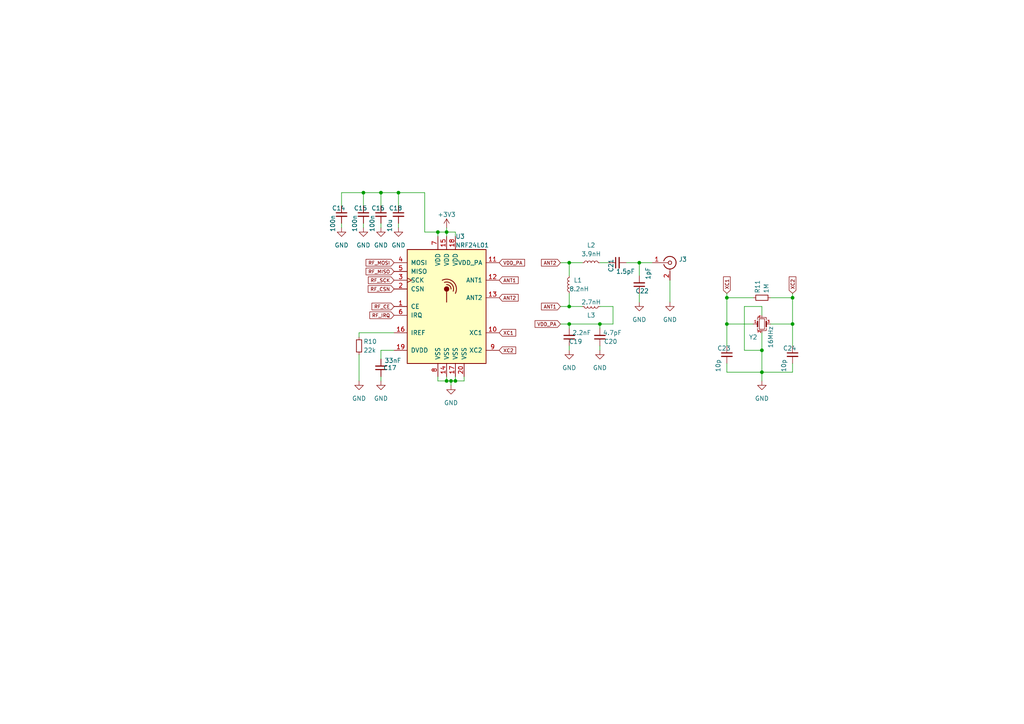
<source format=kicad_sch>
(kicad_sch (version 20211123) (generator eeschema)
  (paper "A4")
  (lib_symbols
    (symbol "Connector:Conn_Coaxial" (pin_names (offset 1.016) hide)
      (property "Reference" "J" (at 0.254 3.048 0))
      (property "Value" "Conn_Coaxial" (at 2.921 0 90))
      (symbol "Conn_Coaxial_0_1"
        (arc (start -1.778 -0.508) (mid 0.222 -1.808) (end 1.778 0) (stroke (width 0.254)))
        (polyline (pts (xy -2.54 0) (xy -0.508 0)))
        (polyline (pts (xy 0 -2.54) (xy 0 -1.778)))
        (circle (center 0 0) (radius 0.508) (stroke (width 0.2032)))
        (arc (start 1.778 0) (mid 0.222 1.8083) (end -1.778 0.508) (stroke (width 0.254)))
      )
      (symbol "Conn_Coaxial_1_1"
        (pin passive line (at -5.08 0 0) (length 2.54) (name "In") (number "1"))
        (pin passive line (at 0 -5.08 90) (length 2.54) (name "Ext") (number "2"))
      )
    )
    (symbol "Device:C_Small" (pin_numbers hide) (pin_names (offset 0.254) hide)
      (property "Reference" "C" (at 0.254 1.778 0))
      (property "Value" "C_Small" (at 0.254 -2.032 0))
      (symbol "C_Small_0_1"
        (polyline (pts (xy -1.524 -0.508) (xy 1.524 -0.508)) (stroke (width 0.3302)))
        (polyline (pts (xy -1.524 0.508) (xy 1.524 0.508)) (stroke (width 0.3048)))
      )
      (symbol "C_Small_1_1"
        (pin passive line (at 0 2.54 270) (length 2.032) (name "~") (number "1"))
        (pin passive line (at 0 -2.54 90) (length 2.032) (name "~") (number "2"))
      )
    )
    (symbol "Device:Crystal_GND24_Small" (pin_names (offset 1.016) hide)
      (property "Reference" "Y" (at 1.27 4.445 0))
      (property "Value" "Crystal_GND24_Small" (at 1.27 2.54 0))
      (symbol "Crystal_GND24_Small_0_1"
        (rectangle (start -0.762 -1.524) (end 0.762 1.524))
        (polyline (pts (xy -1.27 -0.762) (xy -1.27 0.762)) (stroke (width 0.381)))
        (polyline (pts (xy 1.27 -0.762) (xy 1.27 0.762)) (stroke (width 0.381)))
        (polyline (pts (xy -1.27 -1.27) (xy -1.27 -1.905) (xy 1.27 -1.905) (xy 1.27 -1.27)))
        (polyline (pts (xy -1.27 1.27) (xy -1.27 1.905) (xy 1.27 1.905) (xy 1.27 1.27)))
      )
      (symbol "Crystal_GND24_Small_1_1"
        (pin passive line (at -2.54 0 0) (length 1.27) (name "1") (number "1"))
        (pin passive line (at 0 -2.54 90) (length 0.635) (name "2") (number "2"))
        (pin passive line (at 2.54 0 180) (length 1.27) (name "3") (number "3"))
        (pin passive line (at 0 2.54 270) (length 0.635) (name "4") (number "4"))
      )
    )
    (symbol "Device:L_Small" (pin_numbers hide) (pin_names (offset 0.254) hide)
      (property "Reference" "L" (at 0.762 1.016 0))
      (property "Value" "L_Small" (at 0.762 -1.016 0))
      (symbol "L_Small_0_1"
        (arc (start 0 -2.032) (mid 0.508 -1.524) (end 0 -1.016))
        (arc (start 0 -1.016) (mid 0.508 -0.508) (end 0 0))
        (arc (start 0 0) (mid 0.508 0.508) (end 0 1.016))
        (arc (start 0 1.016) (mid 0.508 1.524) (end 0 2.032))
      )
      (symbol "L_Small_1_1"
        (pin passive line (at 0 2.54 270) (length 0.508) (name "~") (number "1"))
        (pin passive line (at 0 -2.54 90) (length 0.508) (name "~") (number "2"))
      )
    )
    (symbol "Device:R_Small" (pin_numbers hide) (pin_names (offset 0.254) hide)
      (property "Reference" "R" (at 0.762 0.508 0))
      (property "Value" "R_Small" (at 0.762 -1.016 0))
      (symbol "R_Small_0_1"
        (rectangle (start -0.762 1.778) (end 0.762 -1.778) (stroke (width 0.2032)))
      )
      (symbol "R_Small_1_1"
        (pin passive line (at 0 2.54 270) (length 0.762) (name "~") (number "1"))
        (pin passive line (at 0 -2.54 90) (length 0.762) (name "~") (number "2"))
      )
    )
    (symbol "RF:NRF24L01" (pin_names (offset 1.016))
      (property "Reference" "U" (at -11.43 17.78 0))
      (property "Value" "NRF24L01" (at 5.08 17.78 0))
      (symbol "NRF24L01_0_1"
        (rectangle (start -11.43 16.51) (end 11.43 -16.51) (stroke (width 0.254)) (fill (type background)))
        (polyline (pts (xy 0 4.445) (xy 0 1.27)) (stroke (width 0.254)))
        (circle (center 0 5.08) (radius 0.635) (stroke (width 0.254)) (fill (type outline)))
        (arc (start 1.27 5.08) (mid 0.9109 5.9909) (end 0 6.35) (stroke (width 0.254)))
        (arc (start 1.905 4.445) (mid 1.4383 6.5183) (end -0.635 6.985) (stroke (width 0.254)))
        (arc (start 2.54 3.81) (mid 2.008 7.088) (end -1.27 7.62) (stroke (width 0.254)))
        (rectangle (start 11.43 -13.97) (end 11.43 -13.97))
      )
      (symbol "NRF24L01_1_1"
        (pin input line (at -15.24 0 0) (length 3.81) (name "CE") (number "1"))
        (pin passive line (at 15.24 -7.62 180) (length 3.81) (name "XC1") (number "10"))
        (pin power_out line (at 15.24 12.7 180) (length 3.81) (name "VDD_PA") (number "11"))
        (pin passive line (at 15.24 7.62 180) (length 3.81) (name "ANT1") (number "12"))
        (pin passive line (at 15.24 2.54 180) (length 3.81) (name "ANT2") (number "13"))
        (pin power_in line (at 0 -20.32 90) (length 3.81) (name "VSS") (number "14"))
        (pin power_in line (at 0 20.32 270) (length 3.81) (name "VDD") (number "15"))
        (pin passive line (at -15.24 -7.62 0) (length 3.81) (name "IREF") (number "16"))
        (pin power_in line (at 2.54 -20.32 90) (length 3.81) (name "VSS") (number "17"))
        (pin power_in line (at 2.54 20.32 270) (length 3.81) (name "VDD") (number "18"))
        (pin power_out line (at -15.24 -12.7 0) (length 3.81) (name "DVDD") (number "19"))
        (pin input line (at -15.24 5.08 0) (length 3.81) (name "CSN") (number "2"))
        (pin power_in line (at 5.08 -20.32 90) (length 3.81) (name "VSS") (number "20"))
        (pin input clock (at -15.24 7.62 0) (length 3.81) (name "SCK") (number "3"))
        (pin input line (at -15.24 12.7 0) (length 3.81) (name "MOSI") (number "4"))
        (pin output line (at -15.24 10.16 0) (length 3.81) (name "MISO") (number "5"))
        (pin output line (at -15.24 -2.54 0) (length 3.81) (name "IRQ") (number "6"))
        (pin power_in line (at -2.54 20.32 270) (length 3.81) (name "VDD") (number "7"))
        (pin power_in line (at -2.54 -20.32 90) (length 3.81) (name "VSS") (number "8"))
        (pin passive line (at 15.24 -12.7 180) (length 3.81) (name "XC2") (number "9"))
      )
    )
    (symbol "power:+3.3V" (power) (pin_names (offset 0))
      (property "Value" "+3.3V" (at 0 3.556 0))
      (symbol "+3.3V_0_1"
        (polyline (pts (xy -0.762 1.27) (xy 0 2.54)))
        (polyline (pts (xy 0 0) (xy 0 2.54)))
        (polyline (pts (xy 0 2.54) (xy 0.762 1.27)))
      )
      (symbol "+3.3V_1_1"
        (pin power_in line (at 0 0 90) (length 0) hide (name "+3V3") (number "1"))
      )
    )
    (symbol "power:GND" (power) (pin_names (offset 0))
      (property "Value" "GND" (at 0 -3.81 0))
      (symbol "GND_0_1"
        (polyline (pts (xy 0 0) (xy 0 -1.27) (xy 1.27 -1.27) (xy 0 -2.54) (xy -1.27 -1.27) (xy 0 -1.27)))
      )
      (symbol "GND_1_1"
        (pin power_in line (at 0 0 270) (length 0) hide (name "GND") (number "1"))
      )
    )
  )
  (junction (at 165.1 88.9))
  (junction (at 210.82 93.98))
  (junction (at 173.99 93.98))
  (junction (at 210.82 86.36))
  (junction (at 110.49 55.88))
  (junction (at 129.54 67.31))
  (junction (at 129.54 110.49))
  (junction (at 115.57 55.88))
  (junction (at 132.08 110.49))
  (junction (at 130.81 110.49))
  (junction (at 127 67.31))
  (junction (at 220.98 107.95))
  (junction (at 165.1 93.98))
  (junction (at 165.1 76.2))
  (junction (at 229.87 93.98))
  (junction (at 105.41 55.88))
  (junction (at 185.42 76.2))
  (junction (at 229.87 86.36))
  (junction (at 220.98 101.6))
  (wire (pts (xy 123.19 55.88) (xy 123.19 67.31)))
  (wire (pts (xy 210.82 93.98) (xy 218.44 93.98)))
  (wire (pts (xy 215.9 101.6) (xy 220.98 101.6)))
  (wire (pts (xy 115.57 59.69) (xy 115.57 55.88)))
  (wire (pts (xy 99.06 59.69) (xy 99.06 55.88)))
  (wire (pts (xy 132.08 110.49) (xy 134.62 110.49)))
  (wire (pts (xy 210.82 107.95) (xy 220.98 107.95)))
  (wire (pts (xy 110.49 109.22) (xy 110.49 110.49)))
  (wire (pts (xy 130.81 110.49) (xy 132.08 110.49)))
  (wire (pts (xy 162.56 76.2) (xy 165.1 76.2)))
  (wire (pts (xy 165.1 100.33) (xy 165.1 101.6)))
  (wire (pts (xy 210.82 105.41) (xy 210.82 107.95)))
  (wire (pts (xy 99.06 64.77) (xy 99.06 66.04)))
  (wire (pts (xy 129.54 67.31) (xy 129.54 68.58)))
  (wire (pts (xy 181.61 76.2) (xy 185.42 76.2)))
  (wire (pts (xy 173.99 93.98) (xy 177.8 93.98)))
  (wire (pts (xy 220.98 91.44) (xy 220.98 88.9)))
  (wire (pts (xy 129.54 110.49) (xy 127 110.49)))
  (wire (pts (xy 185.42 76.2) (xy 185.42 80.01)))
  (wire (pts (xy 123.19 67.31) (xy 127 67.31)))
  (wire (pts (xy 173.99 100.33) (xy 173.99 101.6)))
  (wire (pts (xy 165.1 93.98) (xy 173.99 93.98)))
  (wire (pts (xy 162.56 88.9) (xy 165.1 88.9)))
  (wire (pts (xy 165.1 93.98) (xy 165.1 95.25)))
  (wire (pts (xy 110.49 64.77) (xy 110.49 66.04)))
  (wire (pts (xy 165.1 88.9) (xy 168.91 88.9)))
  (wire (pts (xy 110.49 55.88) (xy 115.57 55.88)))
  (wire (pts (xy 185.42 76.2) (xy 189.23 76.2)))
  (wire (pts (xy 104.14 96.52) (xy 114.3 96.52)))
  (wire (pts (xy 104.14 97.79) (xy 104.14 96.52)))
  (wire (pts (xy 210.82 86.36) (xy 218.44 86.36)))
  (wire (pts (xy 220.98 110.49) (xy 220.98 107.95)))
  (wire (pts (xy 129.54 109.22) (xy 129.54 110.49)))
  (wire (pts (xy 229.87 85.09) (xy 229.87 86.36)))
  (wire (pts (xy 129.54 67.31) (xy 132.08 67.31)))
  (wire (pts (xy 110.49 101.6) (xy 114.3 101.6)))
  (wire (pts (xy 127 68.58) (xy 127 67.31)))
  (wire (pts (xy 130.81 110.49) (xy 129.54 110.49)))
  (wire (pts (xy 115.57 55.88) (xy 123.19 55.88)))
  (wire (pts (xy 105.41 59.69) (xy 105.41 55.88)))
  (wire (pts (xy 229.87 86.36) (xy 229.87 93.98)))
  (wire (pts (xy 229.87 107.95) (xy 229.87 105.41)))
  (wire (pts (xy 173.99 93.98) (xy 173.99 95.25)))
  (wire (pts (xy 210.82 85.09) (xy 210.82 86.36)))
  (wire (pts (xy 127 67.31) (xy 129.54 67.31)))
  (wire (pts (xy 223.52 86.36) (xy 229.87 86.36)))
  (wire (pts (xy 130.81 111.76) (xy 130.81 110.49)))
  (wire (pts (xy 134.62 109.22) (xy 134.62 110.49)))
  (wire (pts (xy 127 110.49) (xy 127 109.22)))
  (wire (pts (xy 162.56 93.98) (xy 165.1 93.98)))
  (wire (pts (xy 173.99 88.9) (xy 177.8 88.9)))
  (wire (pts (xy 132.08 68.58) (xy 132.08 67.31)))
  (wire (pts (xy 110.49 104.14) (xy 110.49 101.6)))
  (wire (pts (xy 194.31 81.28) (xy 194.31 87.63)))
  (wire (pts (xy 177.8 88.9) (xy 177.8 93.98)))
  (wire (pts (xy 220.98 101.6) (xy 220.98 107.95)))
  (wire (pts (xy 215.9 88.9) (xy 215.9 101.6)))
  (wire (pts (xy 220.98 107.95) (xy 229.87 107.95)))
  (wire (pts (xy 105.41 55.88) (xy 110.49 55.88)))
  (wire (pts (xy 210.82 86.36) (xy 210.82 93.98)))
  (wire (pts (xy 165.1 76.2) (xy 168.91 76.2)))
  (wire (pts (xy 165.1 85.09) (xy 165.1 88.9)))
  (wire (pts (xy 185.42 85.09) (xy 185.42 87.63)))
  (wire (pts (xy 210.82 93.98) (xy 210.82 100.33)))
  (wire (pts (xy 129.54 66.04) (xy 129.54 67.31)))
  (wire (pts (xy 229.87 93.98) (xy 229.87 100.33)))
  (wire (pts (xy 99.06 55.88) (xy 105.41 55.88)))
  (wire (pts (xy 223.52 93.98) (xy 229.87 93.98)))
  (wire (pts (xy 215.9 88.9) (xy 220.98 88.9)))
  (wire (pts (xy 220.98 96.52) (xy 220.98 101.6)))
  (wire (pts (xy 105.41 64.77) (xy 105.41 66.04)))
  (wire (pts (xy 104.14 102.87) (xy 104.14 110.49)))
  (wire (pts (xy 110.49 59.69) (xy 110.49 55.88)))
  (wire (pts (xy 173.99 76.2) (xy 176.53 76.2)))
  (wire (pts (xy 115.57 64.77) (xy 115.57 66.04)))
  (wire (pts (xy 132.08 109.22) (xy 132.08 110.49)))
  (wire (pts (xy 165.1 80.01) (xy 165.1 76.2)))
  (global_label "RF_CSN" (shape input) (at 114.3 83.82 180) (effects (font (size 1 1))) (property "Intersheet References" "${INTERSHEET_REFS}" (effects hide)))
  (global_label "XC1" (shape input) (at 144.78 96.52 0) (effects (font (size 1 1))) (property "Intersheet References" "${INTERSHEET_REFS}" (effects hide)))
  (global_label "RF_MISO" (shape input) (at 114.3 78.74 180) (effects (font (size 1 1))) (property "Intersheet References" "${INTERSHEET_REFS}" (effects hide)))
  (global_label "VDD_PA" (shape input) (at 162.56 93.98 180) (effects (font (size 1 1))) (property "Intersheet References" "${INTERSHEET_REFS}" (effects hide)))
  (global_label "XC2" (shape input) (at 144.78 101.6 0) (effects (font (size 1 1))) (property "Intersheet References" "${INTERSHEET_REFS}" (effects hide)))
  (global_label "VDD_PA" (shape input) (at 144.78 76.2 0) (effects (font (size 1 1))) (property "Intersheet References" "${INTERSHEET_REFS}" (effects hide)))
  (global_label "XC2" (shape input) (at 229.87 85.09 90) (effects (font (size 1 1))) (property "Intersheet References" "${INTERSHEET_REFS}" (effects hide)))
  (global_label "ANT1" (shape input) (at 162.56 88.9 180) (effects (font (size 1 1))) (property "Intersheet References" "${INTERSHEET_REFS}" (effects hide)))
  (global_label "ANT2" (shape input) (at 162.56 76.2 180) (effects (font (size 1 1))) (property "Intersheet References" "${INTERSHEET_REFS}" (effects hide)))
  (global_label "RF_MOSI" (shape input) (at 114.3 76.2 180) (effects (font (size 1 1))) (property "Intersheet References" "${INTERSHEET_REFS}" (effects hide)))
  (global_label "RF_CE" (shape input) (at 114.3 88.9 180) (effects (font (size 1 1))) (property "Intersheet References" "${INTERSHEET_REFS}" (effects hide)))
  (global_label "RF_SCK" (shape input) (at 114.3 81.28 180) (effects (font (size 1 1))) (property "Intersheet References" "${INTERSHEET_REFS}" (effects hide)))
  (global_label "RF_IRQ" (shape input) (at 114.3 91.44 180) (effects (font (size 1 1))) (property "Intersheet References" "${INTERSHEET_REFS}" (effects hide)))
  (global_label "ANT1" (shape input) (at 144.78 81.28 0) (effects (font (size 1 1))) (property "Intersheet References" "${INTERSHEET_REFS}" (effects hide)))
  (global_label "ANT2" (shape input) (at 144.78 86.36 0) (effects (font (size 1 1))) (property "Intersheet References" "${INTERSHEET_REFS}" (effects hide)))
  (global_label "XC1" (shape input) (at 210.82 85.09 90) (effects (font (size 1 1))) (property "Intersheet References" "${INTERSHEET_REFS}" (effects hide)))
  (symbol (lib_id "Device:C_Small") (at 173.99 97.79 180) (unit 1)
    (property "Reference" "C20" (at 179.07 99.06 0) (effects (justify left)))
    (property "Value" "4.7pF" (at 180.34 96.52 0) (effects (justify left)))
    (property "Footprint" "Capacitor_SMD:C_0603_1608Metric_Pad1.08x0.95mm_HandSolder" (effects hide))
  )
  (symbol (lib_id "Device:C_Small") (at 229.87 102.87 0) (unit 1)
    (property "Reference" "C24" (at 227.082 101.0118 0) (effects (justify left)))
    (property "Value" "10p" (at 227.33 107.95 90) (effects (justify left)))
    (property "Footprint" "Capacitor_SMD:C_0603_1608Metric_Pad1.08x0.95mm_HandSolder" (effects hide))
  )
  (symbol (lib_id "Connector:Conn_Coaxial") (at 194.31 76.2 0) (unit 1)
    (property "Reference" "J3" (at 196.85 75.2231 0) (effects (justify left)))
    (property "Datasheet" " ~" (effects hide))
  )
  (symbol (lib_id "Device:L_Small") (at 171.45 88.9 270) (unit 1)
    (property "Reference" "L3" (at 171.45 91.44 90))
    (property "Value" "2.7nH" (at 171.45 87.63 90))
    (property "Footprint" "Inductor_SMD:L_0603_1608Metric_Pad1.05x0.95mm_HandSolder" (effects hide))
  )
  (symbol (lib_id "Device:C_Small") (at 110.49 106.68 180) (unit 1)
    (property "Reference" "C17" (at 115.0556 106.6676 0) (effects (justify left)))
    (property "Value" "33nF" (at 116.3888 104.5807 0) (effects (justify left)))
    (property "Footprint" "Capacitor_SMD:C_0603_1608Metric_Pad1.08x0.95mm_HandSolder" (effects hide))
  )
  (symbol (lib_id "power:GND") (at 173.99 101.6 0) (unit 1)
    (property "Reference" "#PWR0138" (effects hide))
    (property "Value" "GND" (at 173.99 106.68 0))
  )
  (symbol (lib_id "power:GND") (at 194.31 87.63 0) (unit 1)
    (property "Reference" "#PWR0137" (effects hide))
    (property "Value" "GND" (at 194.31 92.71 0))
  )
  (symbol (lib_id "power:GND") (at 115.57 66.04 0) (unit 1)
    (property "Reference" "#PWR0135" (effects hide))
    (property "Value" "GND" (at 115.57 71.12 0))
  )
  (symbol (lib_id "power:GND") (at 220.98 110.49 0) (unit 1)
    (property "Reference" "#PWR0143" (effects hide))
    (property "Value" "GND" (at 220.98 115.57 0))
  )
  (symbol (lib_id "power:GND") (at 110.49 66.04 0) (unit 1)
    (property "Reference" "#PWR0132" (effects hide))
    (property "Value" "GND" (at 110.49 71.12 0))
  )
  (symbol (lib_id "Device:L_Small") (at 171.45 76.2 90) (unit 1)
    (property "Reference" "L2" (at 171.45 71.12 90))
    (property "Value" "3.9nH" (at 171.45 73.66 90))
    (property "Footprint" "Inductor_SMD:L_0603_1608Metric_Pad1.05x0.95mm_HandSolder" (effects hide))
  )
  (symbol (lib_id "power:GND") (at 104.14 110.49 0) (unit 1)
    (property "Reference" "#PWR0142" (effects hide))
    (property "Value" "GND" (at 104.14 115.57 0))
  )
  (symbol (lib_id "Device:R_Small") (at 220.98 86.36 90) (unit 1)
    (property "Reference" "R11" (at 219.71 85.09 0) (effects (justify left)))
    (property "Value" "1M" (at 222.25 85.09 0) (effects (justify left)))
    (property "Footprint" "Resistor_SMD:R_0603_1608Metric_Pad0.98x0.95mm_HandSolder" (effects hide))
  )
  (symbol (lib_id "Device:C_Small") (at 110.49 62.23 0) (unit 1)
    (property "Reference" "C16" (at 107.702 60.3718 0) (effects (justify left)))
    (property "Value" "100n" (at 107.95 67.31 90) (effects (justify left)))
    (property "Footprint" "Capacitor_SMD:C_0603_1608Metric_Pad1.08x0.95mm_HandSolder" (effects hide))
  )
  (symbol (lib_id "Device:L_Small") (at 165.1 82.55 180) (unit 1)
    (property "Reference" "L1" (at 166.37 81.2799 0) (effects (justify right)))
    (property "Value" "8.2nH" (at 165.1 83.82 0) (effects (justify right)))
    (property "Footprint" "Inductor_SMD:L_0603_1608Metric_Pad1.05x0.95mm_HandSolder" (effects hide))
  )
  (symbol (lib_id "power:GND") (at 105.41 66.04 0) (unit 1)
    (property "Reference" "#PWR0134" (effects hide))
    (property "Value" "GND" (at 105.41 71.12 0))
  )
  (symbol (lib_id "power:GND") (at 110.49 110.49 0) (unit 1)
    (property "Reference" "#PWR0141" (effects hide))
    (property "Value" "GND" (at 110.49 115.57 0))
  )
  (symbol (lib_id "power:GND") (at 185.42 87.63 0) (unit 1)
    (property "Reference" "#PWR0136" (effects hide))
    (property "Value" "GND" (at 185.42 92.71 0))
  )
  (symbol (lib_id "Device:C_Small") (at 99.06 62.23 0) (unit 1)
    (property "Reference" "C14" (at 96.272 60.3718 0) (effects (justify left)))
    (property "Value" "100n" (at 96.52 67.31 90) (effects (justify left)))
    (property "Footprint" "Capacitor_SMD:C_0603_1608Metric_Pad1.08x0.95mm_HandSolder" (effects hide))
  )
  (symbol (lib_id "Device:C_Small") (at 210.82 102.87 0) (unit 1)
    (property "Reference" "C23" (at 208.032 101.0118 0) (effects (justify left)))
    (property "Value" "10p" (at 208.28 107.95 90) (effects (justify left)))
    (property "Footprint" "Capacitor_SMD:C_0603_1608Metric_Pad1.08x0.95mm_HandSolder" (effects hide))
  )
  (symbol (lib_id "Device:R_Small") (at 104.14 100.33 0) (unit 1)
    (property "Reference" "R10" (at 105.41 99.06 0) (effects (justify left)))
    (property "Value" "22k" (at 105.41 101.6 0) (effects (justify left)))
    (property "Footprint" "Resistor_SMD:R_0603_1608Metric_Pad0.98x0.95mm_HandSolder" (effects hide))
  )
  (symbol (lib_id "Device:C_Small") (at 165.1 97.79 180) (unit 1)
    (property "Reference" "C19" (at 168.91 99.06 0) (effects (justify left)))
    (property "Value" "2.2nF" (at 171.45 96.52 0) (effects (justify left)))
    (property "Footprint" "Capacitor_SMD:C_0603_1608Metric_Pad1.08x0.95mm_HandSolder" (effects hide))
  )
  (symbol (lib_id "RF:NRF24L01") (at 129.54 88.9 0) (unit 1)
    (property "Reference" "U3" (at 132.08 68.58 0) (effects (justify left)))
    (property "Value" "NRF24L01" (at 132.08 71.12 0) (effects (justify left)))
    (property "Footprint" "Package_DFN_QFN:QFN-20-1EP_4x4mm_P0.5mm_EP2.5x2.5mm" (effects hide))
    (property "Datasheet" "http://www.nordicsemi.com/eng/content/download/2730/34105/file/nRF24L01_Product_Specification_v2_0.pdf" (effects hide))
  )
  (symbol (lib_id "Device:C_Small") (at 179.07 76.2 90) (unit 1)
    (property "Reference" "C21" (at 177.2118 78.988 0) (effects (justify left)))
    (property "Value" "1.5pF" (at 184.15 78.74 90) (effects (justify left)))
    (property "Footprint" "Capacitor_SMD:C_0603_1608Metric_Pad1.08x0.95mm_HandSolder" (effects hide))
  )
  (symbol (lib_id "Device:C_Small") (at 105.41 62.23 0) (unit 1)
    (property "Reference" "C15" (at 102.622 60.3718 0) (effects (justify left)))
    (property "Value" "100n" (at 102.87 67.31 90) (effects (justify left)))
    (property "Footprint" "Capacitor_SMD:C_0603_1608Metric_Pad1.08x0.95mm_HandSolder" (effects hide))
  )
  (symbol (lib_id "Device:C_Small") (at 185.42 82.55 180) (unit 1)
    (property "Reference" "C22" (at 188.208 84.4082 0) (effects (justify left)))
    (property "Value" "1pF" (at 187.96 77.47 90) (effects (justify left)))
    (property "Footprint" "Capacitor_SMD:C_0603_1608Metric_Pad1.08x0.95mm_HandSolder" (effects hide))
  )
  (symbol (lib_id "power:GND") (at 130.81 111.76 0) (unit 1)
    (property "Reference" "#PWR0140" (effects hide))
    (property "Value" "GND" (at 130.81 116.84 0))
  )
  (symbol (lib_id "power:+3.3V") (at 129.54 66.04 0) (unit 1)
    (property "Reference" "#PWR0131" (effects hide))
    (property "Value" "+3.3V" (at 129.54 62.23 0))
  )
  (symbol (lib_id "power:GND") (at 165.1 101.6 0) (unit 1)
    (property "Reference" "#PWR0139" (effects hide))
    (property "Value" "GND" (at 165.1 106.68 0))
  )
  (symbol (lib_id "Device:C_Small") (at 115.57 62.23 0) (unit 1)
    (property "Reference" "C18" (at 112.782 60.3718 0) (effects (justify left)))
    (property "Value" "10u" (at 113.03 67.31 90) (effects (justify left)))
    (property "Footprint" "Capacitor_SMD:C_0603_1608Metric_Pad1.08x0.95mm_HandSolder" (effects hide))
  )
  (symbol (lib_id "Device:Crystal_GND24_Small") (at 220.98 93.98 0) (unit 1)
    (property "Reference" "Y2" (at 218.44 97.79 0))
    (property "Value" "16MHz" (at 223.52 97.79 90))
    (property "Footprint" "Crystal:Crystal_SMD_2520-4Pin_2.5x2.0mm" (effects hide))
  )
  (symbol (lib_id "power:GND") (at 99.06 66.04 0) (unit 1)
    (property "Reference" "#PWR0133" (effects hide))
    (property "Value" "GND" (at 99.06 71.12 0))
  )
)
</source>
